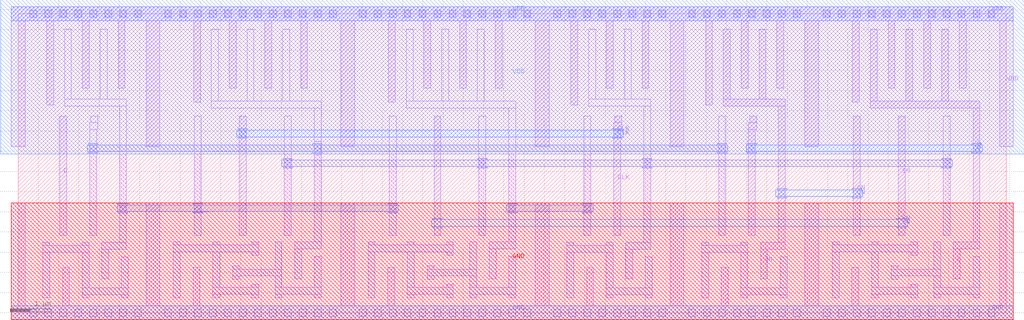
<source format=lef>
VERSION 5.7 ;
  NOWIREEXTENSIONATPIN ON ;
  DIVIDERCHAR "/" ;
  BUSBITCHARS "[]" ;
MACRO DFFSNX1
  CLASS CORE ;
  FOREIGN DFFSNX1 ;
  ORIGIN 0.000 0.000 ;
  SIZE 24.420 BY 7.400 ;
  SYMMETRY X Y R90 ;
  SITE unitrh ;
  PIN Q
    DIRECTION OUTPUT ;
    USE SIGNAL ;
    ANTENNAGATEAREA 1.027250 ;
    ANTENNADIFFAREA 1.931900 ;
    PORT
      LAYER li1 ;
        RECT 21.055 5.240 21.225 7.020 ;
        RECT 21.935 5.240 22.105 7.020 ;
        RECT 22.815 5.240 22.985 7.020 ;
        RECT 21.055 5.070 23.765 5.240 ;
        RECT 18.075 4.710 18.245 4.865 ;
        RECT 18.045 4.535 18.245 4.710 ;
        RECT 18.045 1.915 18.215 4.535 ;
        RECT 23.595 1.750 23.765 5.070 ;
        RECT 23.110 1.580 23.765 1.750 ;
        RECT 23.110 0.845 23.280 1.580 ;
      LAYER mcon ;
        RECT 18.045 3.985 18.215 4.155 ;
        RECT 23.595 3.985 23.765 4.155 ;
      LAYER met1 ;
        RECT 18.015 4.155 18.245 4.185 ;
        RECT 23.565 4.155 23.795 4.185 ;
        RECT 17.985 3.985 23.825 4.155 ;
        RECT 18.015 3.955 18.245 3.985 ;
        RECT 23.565 3.955 23.795 3.985 ;
    END
  END Q
  PIN QN
    DIRECTION OUTPUT ;
    USE SIGNAL ;
    ANTENNAGATEAREA 1.033250 ;
    ANTENNADIFFAREA 1.351900 ;
    PORT
      LAYER li1 ;
        RECT 17.425 5.285 17.595 7.020 ;
        RECT 18.305 5.285 18.475 7.020 ;
        RECT 17.425 5.115 18.955 5.285 ;
        RECT 18.785 1.740 18.955 5.115 ;
        RECT 20.635 1.915 20.805 4.865 ;
        RECT 18.345 1.570 18.955 1.740 ;
        RECT 18.345 0.835 18.515 1.570 ;
      LAYER mcon ;
        RECT 18.785 2.875 18.955 3.045 ;
        RECT 20.635 2.875 20.805 3.045 ;
      LAYER met1 ;
        RECT 18.755 3.045 18.985 3.075 ;
        RECT 20.605 3.045 20.835 3.075 ;
        RECT 18.725 2.875 20.865 3.045 ;
        RECT 18.755 2.845 18.985 2.875 ;
        RECT 20.605 2.845 20.835 2.875 ;
    END
  END QN
  PIN D
    DIRECTION INPUT ;
    USE SIGNAL ;
    ANTENNAGATEAREA 1.033250 ;
    PORT
      LAYER li1 ;
        RECT 1.025 1.915 1.195 4.865 ;
    END
  END D
  PIN CLK
    DIRECTION INPUT ;
    USE SIGNAL ;
    ANTENNAGATEAREA 2.042100 ;
    PORT
      LAYER li1 ;
        RECT 5.465 1.915 5.635 4.865 ;
        RECT 14.745 4.710 14.915 4.865 ;
        RECT 14.715 4.535 14.915 4.710 ;
        RECT 14.715 1.915 14.885 4.535 ;
      LAYER mcon ;
        RECT 5.465 4.355 5.635 4.525 ;
        RECT 14.715 4.355 14.885 4.525 ;
      LAYER met1 ;
        RECT 5.435 4.525 5.665 4.555 ;
        RECT 14.685 4.525 14.915 4.555 ;
        RECT 5.405 4.355 14.945 4.525 ;
        RECT 5.435 4.325 5.665 4.355 ;
        RECT 14.685 4.325 14.915 4.355 ;
    END
  END CLK
  PIN SN
    DIRECTION INPUT ;
    USE SIGNAL ;
    ANTENNAGATEAREA 2.029700 ;
    PORT
      LAYER li1 ;
        RECT 10.275 1.915 10.445 4.865 ;
        RECT 21.745 1.915 21.915 4.865 ;
      LAYER mcon ;
        RECT 10.275 2.135 10.445 2.305 ;
        RECT 21.745 2.135 21.915 2.305 ;
      LAYER met1 ;
        RECT 10.245 2.305 10.475 2.335 ;
        RECT 21.715 2.305 21.945 2.335 ;
        RECT 10.215 2.135 21.975 2.305 ;
        RECT 10.245 2.105 10.475 2.135 ;
        RECT 21.715 2.105 21.945 2.135 ;
    END
  END SN
  PIN VDD
    DIRECTION INOUT ;
    USE POWER ;
    SHAPE ABUTMENT ;
    PORT
      LAYER nwell ;
        RECT -0.435 3.930 24.855 7.750 ;
      LAYER li1 ;
        RECT -0.170 7.230 24.590 7.570 ;
        RECT -0.170 4.110 0.170 7.230 ;
        RECT 0.705 5.135 0.875 7.230 ;
        RECT 1.585 5.555 1.755 7.230 ;
        RECT 2.465 5.555 2.635 7.230 ;
        RECT 3.160 4.110 3.500 7.230 ;
        RECT 4.335 5.215 4.505 7.230 ;
        RECT 5.215 5.555 5.385 7.230 ;
        RECT 6.095 5.555 6.265 7.230 ;
        RECT 6.975 5.555 7.145 7.230 ;
        RECT 7.970 4.110 8.310 7.230 ;
        RECT 9.145 5.215 9.315 7.230 ;
        RECT 10.025 5.555 10.195 7.230 ;
        RECT 10.905 5.555 11.075 7.230 ;
        RECT 11.785 5.555 11.955 7.230 ;
        RECT 12.780 4.110 13.120 7.230 ;
        RECT 13.655 5.135 13.825 7.230 ;
        RECT 14.535 5.555 14.705 7.230 ;
        RECT 15.415 5.555 15.585 7.230 ;
        RECT 16.110 4.110 16.450 7.230 ;
        RECT 16.985 5.135 17.155 7.230 ;
        RECT 17.865 5.555 18.035 7.230 ;
        RECT 18.745 5.555 18.915 7.230 ;
        RECT 19.440 4.110 19.780 7.230 ;
        RECT 20.615 5.215 20.785 7.230 ;
        RECT 21.495 5.555 21.665 7.230 ;
        RECT 22.375 5.555 22.545 7.230 ;
        RECT 23.255 5.555 23.425 7.230 ;
        RECT 24.250 4.110 24.590 7.230 ;
      LAYER mcon ;
        RECT 0.285 7.315 0.455 7.485 ;
        RECT 0.655 7.315 0.825 7.485 ;
        RECT 1.025 7.315 1.195 7.485 ;
        RECT 1.395 7.315 1.565 7.485 ;
        RECT 1.765 7.315 1.935 7.485 ;
        RECT 2.135 7.315 2.305 7.485 ;
        RECT 2.505 7.315 2.675 7.485 ;
        RECT 2.875 7.315 3.045 7.485 ;
        RECT 3.615 7.315 3.785 7.485 ;
        RECT 3.985 7.315 4.155 7.485 ;
        RECT 4.355 7.315 4.525 7.485 ;
        RECT 4.725 7.315 4.895 7.485 ;
        RECT 5.095 7.315 5.265 7.485 ;
        RECT 5.465 7.315 5.635 7.485 ;
        RECT 5.835 7.315 6.005 7.485 ;
        RECT 6.205 7.315 6.375 7.485 ;
        RECT 6.575 7.315 6.745 7.485 ;
        RECT 6.945 7.315 7.115 7.485 ;
        RECT 7.315 7.315 7.485 7.485 ;
        RECT 7.685 7.315 7.855 7.485 ;
        RECT 8.425 7.315 8.595 7.485 ;
        RECT 8.795 7.315 8.965 7.485 ;
        RECT 9.165 7.315 9.335 7.485 ;
        RECT 9.535 7.315 9.705 7.485 ;
        RECT 9.905 7.315 10.075 7.485 ;
        RECT 10.275 7.315 10.445 7.485 ;
        RECT 10.645 7.315 10.815 7.485 ;
        RECT 11.015 7.315 11.185 7.485 ;
        RECT 11.385 7.315 11.555 7.485 ;
        RECT 11.755 7.315 11.925 7.485 ;
        RECT 12.125 7.315 12.295 7.485 ;
        RECT 12.495 7.315 12.665 7.485 ;
        RECT 13.235 7.315 13.405 7.485 ;
        RECT 13.605 7.315 13.775 7.485 ;
        RECT 13.975 7.315 14.145 7.485 ;
        RECT 14.345 7.315 14.515 7.485 ;
        RECT 14.715 7.315 14.885 7.485 ;
        RECT 15.085 7.315 15.255 7.485 ;
        RECT 15.455 7.315 15.625 7.485 ;
        RECT 15.825 7.315 15.995 7.485 ;
        RECT 16.565 7.315 16.735 7.485 ;
        RECT 16.935 7.315 17.105 7.485 ;
        RECT 17.305 7.315 17.475 7.485 ;
        RECT 17.675 7.315 17.845 7.485 ;
        RECT 18.045 7.315 18.215 7.485 ;
        RECT 18.415 7.315 18.585 7.485 ;
        RECT 18.785 7.315 18.955 7.485 ;
        RECT 19.155 7.315 19.325 7.485 ;
        RECT 19.895 7.315 20.065 7.485 ;
        RECT 20.265 7.315 20.435 7.485 ;
        RECT 20.635 7.315 20.805 7.485 ;
        RECT 21.005 7.315 21.175 7.485 ;
        RECT 21.375 7.315 21.545 7.485 ;
        RECT 21.745 7.315 21.915 7.485 ;
        RECT 22.115 7.315 22.285 7.485 ;
        RECT 22.485 7.315 22.655 7.485 ;
        RECT 22.855 7.315 23.025 7.485 ;
        RECT 23.225 7.315 23.395 7.485 ;
        RECT 23.595 7.315 23.765 7.485 ;
        RECT 23.965 7.315 24.135 7.485 ;
      LAYER met1 ;
        RECT -0.170 7.230 24.590 7.570 ;
    END
  END VDD
  PIN GND
    DIRECTION INOUT ;
    USE GROUND ;
    SHAPE ABUTMENT ;
    PORT
      LAYER pwell ;
        RECT -0.170 -0.170 24.590 2.720 ;
      LAYER li1 ;
        RECT -0.170 0.170 0.170 2.720 ;
        RECT 1.095 0.170 1.265 1.120 ;
        RECT 3.160 0.170 3.500 2.720 ;
        RECT 4.320 0.170 4.490 1.130 ;
        RECT 7.970 0.170 8.310 2.720 ;
        RECT 9.130 0.170 9.300 1.130 ;
        RECT 12.780 0.170 13.120 2.720 ;
        RECT 14.045 0.170 14.215 1.120 ;
        RECT 16.110 0.170 16.450 2.720 ;
        RECT 17.375 0.170 17.545 1.120 ;
        RECT 19.440 0.170 19.780 2.720 ;
        RECT 20.600 0.170 20.770 1.130 ;
        RECT 24.250 0.170 24.590 2.720 ;
        RECT -0.170 -0.170 24.590 0.170 ;
      LAYER mcon ;
        RECT 0.285 -0.085 0.455 0.085 ;
        RECT 0.655 -0.085 0.825 0.085 ;
        RECT 1.025 -0.085 1.195 0.085 ;
        RECT 1.395 -0.085 1.565 0.085 ;
        RECT 1.765 -0.085 1.935 0.085 ;
        RECT 2.135 -0.085 2.305 0.085 ;
        RECT 2.505 -0.085 2.675 0.085 ;
        RECT 2.875 -0.085 3.045 0.085 ;
        RECT 3.615 -0.085 3.785 0.085 ;
        RECT 3.985 -0.085 4.155 0.085 ;
        RECT 4.355 -0.085 4.525 0.085 ;
        RECT 4.725 -0.085 4.895 0.085 ;
        RECT 5.095 -0.085 5.265 0.085 ;
        RECT 5.465 -0.085 5.635 0.085 ;
        RECT 5.835 -0.085 6.005 0.085 ;
        RECT 6.205 -0.085 6.375 0.085 ;
        RECT 6.575 -0.085 6.745 0.085 ;
        RECT 6.945 -0.085 7.115 0.085 ;
        RECT 7.315 -0.085 7.485 0.085 ;
        RECT 7.685 -0.085 7.855 0.085 ;
        RECT 8.425 -0.085 8.595 0.085 ;
        RECT 8.795 -0.085 8.965 0.085 ;
        RECT 9.165 -0.085 9.335 0.085 ;
        RECT 9.535 -0.085 9.705 0.085 ;
        RECT 9.905 -0.085 10.075 0.085 ;
        RECT 10.275 -0.085 10.445 0.085 ;
        RECT 10.645 -0.085 10.815 0.085 ;
        RECT 11.015 -0.085 11.185 0.085 ;
        RECT 11.385 -0.085 11.555 0.085 ;
        RECT 11.755 -0.085 11.925 0.085 ;
        RECT 12.125 -0.085 12.295 0.085 ;
        RECT 12.495 -0.085 12.665 0.085 ;
        RECT 13.235 -0.085 13.405 0.085 ;
        RECT 13.605 -0.085 13.775 0.085 ;
        RECT 13.975 -0.085 14.145 0.085 ;
        RECT 14.345 -0.085 14.515 0.085 ;
        RECT 14.715 -0.085 14.885 0.085 ;
        RECT 15.085 -0.085 15.255 0.085 ;
        RECT 15.455 -0.085 15.625 0.085 ;
        RECT 15.825 -0.085 15.995 0.085 ;
        RECT 16.565 -0.085 16.735 0.085 ;
        RECT 16.935 -0.085 17.105 0.085 ;
        RECT 17.305 -0.085 17.475 0.085 ;
        RECT 17.675 -0.085 17.845 0.085 ;
        RECT 18.045 -0.085 18.215 0.085 ;
        RECT 18.415 -0.085 18.585 0.085 ;
        RECT 18.785 -0.085 18.955 0.085 ;
        RECT 19.155 -0.085 19.325 0.085 ;
        RECT 19.895 -0.085 20.065 0.085 ;
        RECT 20.265 -0.085 20.435 0.085 ;
        RECT 20.635 -0.085 20.805 0.085 ;
        RECT 21.005 -0.085 21.175 0.085 ;
        RECT 21.375 -0.085 21.545 0.085 ;
        RECT 21.745 -0.085 21.915 0.085 ;
        RECT 22.115 -0.085 22.285 0.085 ;
        RECT 22.485 -0.085 22.655 0.085 ;
        RECT 22.855 -0.085 23.025 0.085 ;
        RECT 23.225 -0.085 23.395 0.085 ;
        RECT 23.595 -0.085 23.765 0.085 ;
        RECT 23.965 -0.085 24.135 0.085 ;
      LAYER met1 ;
        RECT -0.170 -0.170 24.590 0.170 ;
    END
  END GND
  OBS
      LAYER li1 ;
        RECT 1.145 5.285 1.315 7.020 ;
        RECT 2.025 5.285 2.195 7.020 ;
        RECT 1.145 5.115 2.675 5.285 ;
        RECT 1.795 4.710 1.965 4.865 ;
        RECT 1.765 4.535 1.965 4.710 ;
        RECT 1.765 1.915 1.935 4.535 ;
        RECT 0.610 1.665 0.780 1.745 ;
        RECT 1.580 1.665 1.750 1.745 ;
        RECT 2.505 1.740 2.675 5.115 ;
        RECT 4.775 5.240 4.945 7.020 ;
        RECT 5.655 5.240 5.825 7.020 ;
        RECT 6.535 5.240 6.705 7.020 ;
        RECT 9.585 5.240 9.755 7.020 ;
        RECT 10.465 5.240 10.635 7.020 ;
        RECT 11.345 5.240 11.515 7.020 ;
        RECT 14.095 5.285 14.265 7.020 ;
        RECT 14.975 5.285 15.145 7.020 ;
        RECT 4.775 5.070 7.485 5.240 ;
        RECT 9.585 5.070 12.295 5.240 ;
        RECT 14.095 5.115 15.625 5.285 ;
        RECT 4.355 1.915 4.525 4.865 ;
        RECT 6.575 1.915 6.745 4.865 ;
        RECT 7.315 4.235 7.485 5.070 ;
        RECT 7.310 3.905 7.485 4.235 ;
        RECT 0.610 1.495 1.750 1.665 ;
        RECT 0.610 0.365 0.780 1.495 ;
        RECT 1.580 0.615 1.750 1.495 ;
        RECT 2.065 1.570 2.675 1.740 ;
        RECT 3.835 1.675 4.005 1.755 ;
        RECT 4.805 1.675 4.975 1.755 ;
        RECT 5.775 1.675 5.945 1.755 ;
        RECT 2.065 0.835 2.235 1.570 ;
        RECT 3.835 1.505 5.945 1.675 ;
        RECT 2.550 0.615 2.720 1.385 ;
        RECT 1.580 0.445 2.720 0.615 ;
        RECT 1.580 0.365 1.750 0.445 ;
        RECT 2.550 0.365 2.720 0.445 ;
        RECT 3.835 0.375 4.005 1.505 ;
        RECT 4.805 0.625 4.975 1.505 ;
        RECT 5.775 1.425 5.945 1.505 ;
        RECT 5.295 1.080 5.465 1.160 ;
        RECT 6.345 1.080 6.515 1.755 ;
        RECT 7.315 1.750 7.485 3.905 ;
        RECT 9.165 1.915 9.335 4.865 ;
        RECT 11.385 1.915 11.555 4.865 ;
        RECT 5.295 0.910 6.515 1.080 ;
        RECT 5.295 0.830 5.465 0.910 ;
        RECT 5.775 0.625 5.945 0.705 ;
        RECT 4.805 0.455 5.945 0.625 ;
        RECT 4.805 0.375 4.975 0.455 ;
        RECT 5.775 0.375 5.945 0.455 ;
        RECT 6.345 0.625 6.515 0.910 ;
        RECT 6.830 1.580 7.485 1.750 ;
        RECT 8.645 1.675 8.815 1.755 ;
        RECT 9.615 1.675 9.785 1.755 ;
        RECT 10.585 1.675 10.755 1.755 ;
        RECT 6.830 0.845 7.000 1.580 ;
        RECT 8.645 1.505 10.755 1.675 ;
        RECT 7.315 0.625 7.485 1.395 ;
        RECT 6.345 0.455 7.485 0.625 ;
        RECT 6.345 0.375 6.515 0.455 ;
        RECT 7.315 0.375 7.485 0.455 ;
        RECT 8.645 0.375 8.815 1.505 ;
        RECT 9.615 0.625 9.785 1.505 ;
        RECT 10.585 1.425 10.755 1.505 ;
        RECT 10.105 1.080 10.275 1.160 ;
        RECT 11.155 1.080 11.325 1.755 ;
        RECT 12.125 1.750 12.295 5.070 ;
        RECT 13.975 1.915 14.145 4.865 ;
        RECT 10.105 0.910 11.325 1.080 ;
        RECT 10.105 0.830 10.275 0.910 ;
        RECT 10.585 0.625 10.755 0.705 ;
        RECT 9.615 0.455 10.755 0.625 ;
        RECT 9.615 0.375 9.785 0.455 ;
        RECT 10.585 0.375 10.755 0.455 ;
        RECT 11.155 0.625 11.325 0.910 ;
        RECT 11.640 1.580 12.295 1.750 ;
        RECT 13.560 1.665 13.730 1.745 ;
        RECT 14.530 1.665 14.700 1.745 ;
        RECT 15.455 1.740 15.625 5.115 ;
        RECT 17.305 1.915 17.475 4.865 ;
        RECT 22.855 1.915 23.025 4.865 ;
        RECT 11.640 0.845 11.810 1.580 ;
        RECT 13.560 1.495 14.700 1.665 ;
        RECT 12.125 0.625 12.295 1.395 ;
        RECT 11.155 0.455 12.295 0.625 ;
        RECT 11.155 0.375 11.325 0.455 ;
        RECT 12.125 0.375 12.295 0.455 ;
        RECT 13.560 0.365 13.730 1.495 ;
        RECT 14.530 0.615 14.700 1.495 ;
        RECT 15.015 1.570 15.625 1.740 ;
        RECT 16.890 1.665 17.060 1.745 ;
        RECT 17.860 1.665 18.030 1.745 ;
        RECT 15.015 0.835 15.185 1.570 ;
        RECT 16.890 1.495 18.030 1.665 ;
        RECT 15.500 0.615 15.670 1.385 ;
        RECT 14.530 0.445 15.670 0.615 ;
        RECT 14.530 0.365 14.700 0.445 ;
        RECT 15.500 0.365 15.670 0.445 ;
        RECT 16.890 0.365 17.060 1.495 ;
        RECT 17.860 0.615 18.030 1.495 ;
        RECT 20.115 1.675 20.285 1.755 ;
        RECT 21.085 1.675 21.255 1.755 ;
        RECT 22.055 1.675 22.225 1.755 ;
        RECT 20.115 1.505 22.225 1.675 ;
        RECT 18.830 0.615 19.000 1.385 ;
        RECT 17.860 0.445 19.000 0.615 ;
        RECT 17.860 0.365 18.030 0.445 ;
        RECT 18.830 0.365 19.000 0.445 ;
        RECT 20.115 0.375 20.285 1.505 ;
        RECT 21.085 0.625 21.255 1.505 ;
        RECT 22.055 1.425 22.225 1.505 ;
        RECT 21.575 1.080 21.745 1.160 ;
        RECT 22.625 1.080 22.795 1.755 ;
        RECT 21.575 0.910 22.795 1.080 ;
        RECT 21.575 0.830 21.745 0.910 ;
        RECT 22.055 0.625 22.225 0.705 ;
        RECT 21.085 0.455 22.225 0.625 ;
        RECT 21.085 0.375 21.255 0.455 ;
        RECT 22.055 0.375 22.225 0.455 ;
        RECT 22.625 0.625 22.795 0.910 ;
        RECT 23.595 0.625 23.765 1.395 ;
        RECT 22.625 0.455 23.765 0.625 ;
        RECT 22.625 0.375 22.795 0.455 ;
        RECT 23.595 0.375 23.765 0.455 ;
      LAYER mcon ;
        RECT 1.765 3.985 1.935 4.155 ;
        RECT 2.505 2.505 2.675 2.675 ;
        RECT 4.355 2.500 4.525 2.670 ;
        RECT 7.310 3.985 7.480 4.155 ;
        RECT 6.575 3.615 6.745 3.785 ;
        RECT 9.165 2.505 9.335 2.675 ;
        RECT 11.385 3.615 11.555 3.785 ;
        RECT 12.125 2.505 12.295 2.675 ;
        RECT 13.975 2.505 14.145 2.675 ;
        RECT 15.455 3.615 15.625 3.785 ;
        RECT 17.305 3.985 17.475 4.155 ;
        RECT 22.855 3.615 23.025 3.785 ;
      LAYER met1 ;
        RECT 1.735 4.155 1.965 4.185 ;
        RECT 7.280 4.155 7.510 4.185 ;
        RECT 17.275 4.155 17.505 4.185 ;
        RECT 1.705 3.985 17.535 4.155 ;
        RECT 1.735 3.955 1.965 3.985 ;
        RECT 7.280 3.955 7.510 3.985 ;
        RECT 17.275 3.955 17.505 3.985 ;
        RECT 6.545 3.785 6.775 3.815 ;
        RECT 11.355 3.785 11.585 3.815 ;
        RECT 15.425 3.785 15.655 3.815 ;
        RECT 22.825 3.785 23.055 3.815 ;
        RECT 6.515 3.615 23.085 3.785 ;
        RECT 6.545 3.585 6.775 3.615 ;
        RECT 11.355 3.585 11.585 3.615 ;
        RECT 15.425 3.585 15.655 3.615 ;
        RECT 22.825 3.585 23.055 3.615 ;
        RECT 2.475 2.675 2.705 2.705 ;
        RECT 4.325 2.675 4.555 2.700 ;
        RECT 9.135 2.675 9.365 2.705 ;
        RECT 12.095 2.675 12.325 2.705 ;
        RECT 13.945 2.675 14.175 2.705 ;
        RECT 2.445 2.505 9.395 2.675 ;
        RECT 12.065 2.505 14.205 2.675 ;
        RECT 2.475 2.475 2.705 2.505 ;
        RECT 4.295 2.500 4.705 2.505 ;
        RECT 4.325 2.470 4.555 2.500 ;
        RECT 9.135 2.475 9.365 2.505 ;
        RECT 12.095 2.475 12.325 2.505 ;
        RECT 13.945 2.475 14.175 2.505 ;
  END
END DFFSNX1
END LIBRARY


</source>
